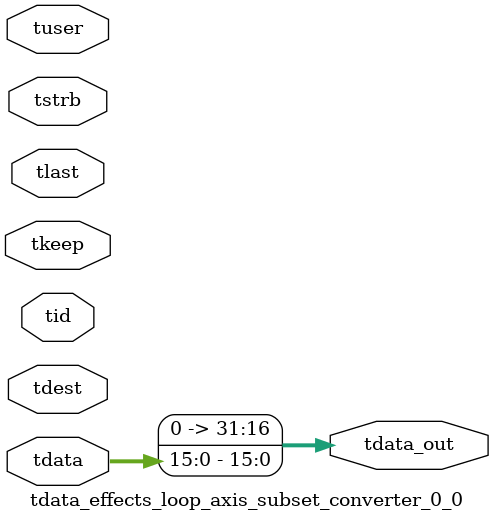
<source format=v>


`timescale 1ps/1ps

module tdata_effects_loop_axis_subset_converter_0_0 #
(
parameter C_S_AXIS_TDATA_WIDTH = 32,
parameter C_S_AXIS_TUSER_WIDTH = 0,
parameter C_S_AXIS_TID_WIDTH   = 0,
parameter C_S_AXIS_TDEST_WIDTH = 0,
parameter C_M_AXIS_TDATA_WIDTH = 32
)
(
input  [(C_S_AXIS_TDATA_WIDTH == 0 ? 1 : C_S_AXIS_TDATA_WIDTH)-1:0     ] tdata,
input  [(C_S_AXIS_TUSER_WIDTH == 0 ? 1 : C_S_AXIS_TUSER_WIDTH)-1:0     ] tuser,
input  [(C_S_AXIS_TID_WIDTH   == 0 ? 1 : C_S_AXIS_TID_WIDTH)-1:0       ] tid,
input  [(C_S_AXIS_TDEST_WIDTH == 0 ? 1 : C_S_AXIS_TDEST_WIDTH)-1:0     ] tdest,
input  [(C_S_AXIS_TDATA_WIDTH/8)-1:0 ] tkeep,
input  [(C_S_AXIS_TDATA_WIDTH/8)-1:0 ] tstrb,
input                                                                    tlast,
output [C_M_AXIS_TDATA_WIDTH-1:0] tdata_out
);

assign tdata_out = {tdata[15:0]};

endmodule


</source>
